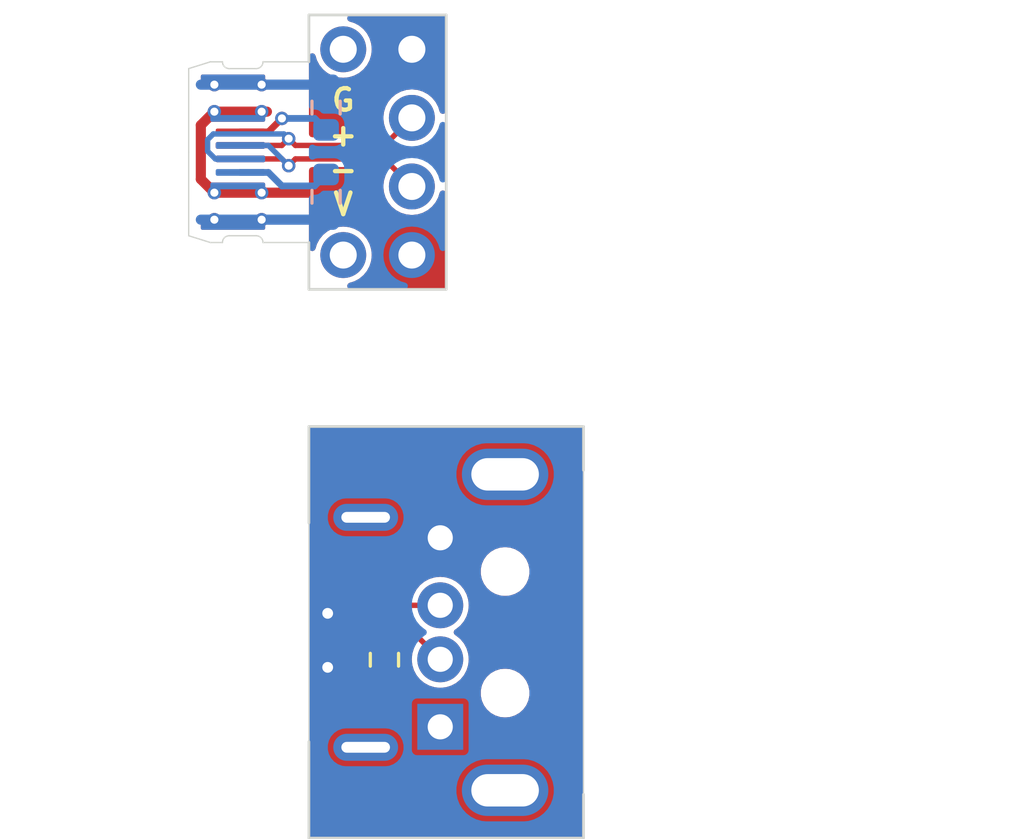
<source format=kicad_pcb>
(kicad_pcb (version 20221018) (generator pcbnew)
  (layers (0 "F.Cu" signal) (31 "B.Cu" signal) (34 "B.Paste" user) (35 "F.Paste" user) (36 "B.SilkS" user "B.Silkscreen") (37 "F.SilkS" user "F.Silkscreen") (38 "B.Mask" user) (39 "F.Mask" user) (44 "Edge.Cuts" user))
  (net 0 "")
  (net 1 "gnd")
  (net 2 "vbus")
  (net 3 "d-")
  (net 4 "d+")
  (net 5 "cc")
  (footprint "Library:USB_C_PLUG_00402-UCAM002-X" (layer "F.Cu") (at 100 117.78 -90)
    (fp_text reference "REF**" hide)
    (fp_text value "USB_C_PLUG_00402-UCAM002-X" hide)
    (fp_line (start -4.05 0) (end 4.05 0) (stroke (width 0.05)) (layer "Edge.Cuts"))
    (pad "1" thru_hole oval (at -4.258 -2.1 270) (size 1 2.4) (drill oval 0.4 1.8) (layers "*.Cu" "*.Mask") (net 1 "gnd"))
    (pad "1" smd rect (at -3.575 -1.05 270) (size 0.8 1.5) (layers "F.Cu" "F.Paste" "F.Mask") (net 1 "gnd"))
    (pad "1" smd roundrect (at -2.75 -1.55 270) (size 0.3 0.9) (layers "F.Cu" "F.Paste" "F.Mask") (net 1 "gnd"))
    (pad "1" smd roundrect (at 0.75 -1.55 270) (size 0.3 0.9) (layers "F.Cu" "F.Paste" "F.Mask") (net 1 "gnd"))
    (pad "1" smd roundrect (at 2.75 -1.55 270) (size 0.3 0.9) (layers "F.Cu" "F.Paste" "F.Mask") (net 1 "gnd"))
    (pad "1" smd rect (at 3.575 -1.05 270) (size 0.8 1.5) (layers "F.Cu" "F.Paste" "F.Mask") (net 1 "gnd"))
    (pad "1" thru_hole oval (at 4.258 -2.1 270) (size 1 2.4) (drill oval 0.4 1.8) (layers "*.Cu" "*.Mask") (net 1 "gnd"))
    (pad "2" smd roundrect (at -1.75 -1.55 270) (size 0.3 0.9) (layers "F.Cu" "F.Paste" "F.Mask") (net 4 "d+"))
    (pad "3" smd roundrect (at -2.25 -1.55 270) (size 0.3 0.9) (layers "F.Cu" "F.Paste" "F.Mask") (net 3 "d-"))
    (pad "4" smd roundrect (at -0.75 -1.55 270) (size 0.3 0.9) (layers "F.Cu" "F.Paste" "F.Mask") (net 2 "vbus"))
    (pad "4" smd roundrect (at 1.25 -1.55 270) (size 0.3 0.9) (layers "F.Cu" "F.Paste" "F.Mask") (net 2 "vbus"))
    (pad "5" smd roundrect (at -1.25 -1.55 270) (size 0.3 0.9) (layers "F.Cu" "F.Paste" "F.Mask") (net 5 "cc"))
  )
  (footprint "Connector_PinHeader_2.54mm:PinHeader_1x01_P2.54mm_Vertical" (layer "F.Cu") (at 101.27 96.19)
    (fp_text reference "REF**" hide)
    (fp_text value "PinHeader_1x01_P2.54mm_Vertical" hide)
    (pad "1" thru_hole circle (at 0 0) (size 1.7 1.7) (drill 1) (layers "*.Cu" "*.Mask"))
  )
  (footprint "Library:USB_A_PLUG_USB-4AM103AS" (layer "F.Cu") (at 110.16 117.78 90)
    (fp_text reference "REF**" hide)
    (fp_text value "USB_A_PLUG_USB-4AM103AS" hide)
    (fp_line (start -6 0) (end 6 0) (stroke (width 0.05)) (layer "Edge.Cuts"))
    (pad "" np_thru_hole circle (at -2.25 -2.9 90) (size 0.8 0.8) (drill 1.3) (layers "F&B.Cu" "*.Mask"))
    (pad "" np_thru_hole circle (at 2.25 -2.9 90) (size 0.8 0.8) (drill 1.3) (layers "F&B.Cu" "*.Mask"))
    (pad "1" thru_hole oval (at -5.85 -2.9 90) (size 1.9 3.2) (drill oval 1.2 2.5) (layers "*.Cu" "*.Mask") (net 1 "gnd"))
    (pad "1" thru_hole rect (at -3.5 -5.3 90) (size 1.7 1.7) (drill 0.93) (layers "*.Cu" "*.Mask") (net 1 "gnd"))
    (pad "1" thru_hole oval (at 5.85 -2.9 90) (size 1.9 3.2) (drill oval 1.2 2.5) (layers "*.Cu" "*.Mask") (net 1 "gnd"))
    (pad "2" thru_hole circle (at -1 -5.3 90) (size 1.7 1.7) (drill 0.93) (layers "*.Cu" "*.Mask") (net 4 "d+"))
    (pad "3" thru_hole circle (at 1 -5.3 90) (size 1.7 1.7) (drill 0.93) (layers "*.Cu" "*.Mask") (net 3 "d-"))
    (pad "4" thru_hole circle (at 3.5 -5.3 90) (size 1.7 1.7) (drill 0.93) (layers "*.Cu" "*.Mask") (net 2 "vbus"))
  )
  (footprint "Connector_PinHeader_2.54mm:PinHeader_1x01_P2.54mm_Vertical" (layer "F.Cu") (at 101.27 103.81)
    (fp_text reference "REF**" hide)
    (fp_text value "PinHeader_1x01_P2.54mm_Vertical" hide)
    (pad "1" thru_hole circle (at 0 0) (size 1.7 1.7) (drill 1) (layers "*.Cu" "*.Mask"))
  )
  (footprint "Resistor_SMD:R_0603_1608Metric" (layer "F.Cu") (at 102.794 118.796 90)
    (fp_text reference "REF**" hide)
    (fp_text value "R_0603_1608Metric" hide)
    (fp_line (start -0.237258 -0.5225) (end 0.237258 -0.5225) (stroke (width 0.12)) (layer "F.SilkS"))
    (fp_line (start -0.237258 0.5225) (end 0.237258 0.5225) (stroke (width 0.12)) (layer "F.SilkS"))
    (pad "1" smd roundrect (at -0.825 0 90) (size 0.8 0.95) (layers "F.Cu" "F.Paste" "F.Mask") (net 1 "gnd"))
    (pad "2" smd roundrect (at 0.825 0 90) (size 0.8 0.95) (layers "F.Cu" "F.Paste" "F.Mask") (net 5 "cc"))
  )
  (footprint "Connector_PinHeader_2.54mm:PinHeader_1x04_P2.54mm_Vertical" (layer "F.Cu") (at 103.81 96.19)
    (fp_text reference "REF**" hide)
    (fp_text value "PinHeader_1x04_P2.54mm_Vertical" hide)
    (pad "1" thru_hole rect (at 0 0) (size 1.7 1.7) (drill 1) (layers "*.Cu" "*.Mask") (net 1 "gnd"))
    (pad "2" thru_hole oval (at 0 2.54) (size 1.7 1.7) (drill 1) (layers "*.Cu" "*.Mask"))
    (pad "3" thru_hole oval (at 0 5.08) (size 1.7 1.7) (drill 1) (layers "*.Cu" "*.Mask"))
    (pad "4" thru_hole oval (at 0 7.62) (size 1.7 1.7) (drill 1) (layers "*.Cu" "*.Mask") (net 2 "vbus"))
  )
  (footprint "Library:USB-C" (layer "F.Cu") (at 100 100 180)
    (fp_text reference "J1" hide)
    (fp_text value "USB-C" hide)
    (fp_line (start 0 -3.345) (end 1.7 -3.345) (stroke (width 0.05)) (layer "Edge.Cuts"))
    (fp_line (start 0 3.345) (end 1.7 3.345) (stroke (width 0.05)) (layer "Edge.Cuts"))
    (fp_line (start 1.95 -3.095) (end 2.95 -3.095) (stroke (width 0.05)) (layer "Edge.Cuts"))
    (fp_line (start 1.95 3.095) (end 2.95 3.095) (stroke (width 0.05)) (layer "Edge.Cuts"))
    (fp_line (start 3.2 -3.345) (end 3.65 -3.345) (stroke (width 0.05)) (layer "Edge.Cuts"))
    (fp_line (start 3.2 3.345) (end 3.65 3.345) (stroke (width 0.05)) (layer "Edge.Cuts"))
    (fp_line (start 3.65 -3.345) (end 4.45 -3.095) (stroke (width 0.05)) (layer "Edge.Cuts"))
    (fp_line (start 3.65 3.345) (end 4.45 3.095) (stroke (width 0.05)) (layer "Edge.Cuts"))
    (fp_line (start 4.45 -3.095) (end 4.45 0) (stroke (width 0.05)) (layer "Edge.Cuts"))
    (fp_line (start 4.45 3.095) (end 4.45 0) (stroke (width 0.05)) (layer "Edge.Cuts"))
    (fp_arc (start 1.7 3.345) (mid 1.773223 3.168223) (end 1.95 3.095) (stroke (width 0.05)) (layer "Edge.Cuts"))
    (fp_arc (start 1.95 -3.095) (mid 1.773223 -3.168223) (end 1.7 -3.345) (stroke (width 0.05)) (layer "Edge.Cuts"))
    (fp_arc (start 2.95 3.095) (mid 3.126777 3.168223) (end 3.2 3.345) (stroke (width 0.05)) (layer "Edge.Cuts"))
    (fp_arc (start 3.2 -3.345) (mid 3.126777 -3.168223) (end 2.95 -3.095) (stroke (width 0.05)) (layer "Edge.Cuts"))
    (pad "1" smd roundrect (at 2.81 -2.75 180) (size 2.38 0.25) (layers "F.Cu" "F.Paste" "F.Mask") (net 1 "gnd"))
    (pad "1" smd roundrect (at 2.81 -2.75 180) (size 2.38 0.25) (layers "B.Cu" "B.Paste" "B.Mask") (net 1 "gnd"))
    (pad "1" smd roundrect (at 2.81 2.75 180) (size 2.38 0.25) (layers "F.Cu" "F.Paste" "F.Mask") (net 1 "gnd"))
    (pad "1" smd roundrect (at 2.81 2.75 180) (size 2.38 0.25) (layers "B.Cu" "B.Paste" "B.Mask") (net 1 "gnd"))
    (pad "2" smd roundrect (at 2.535 -0.25 180) (size 1.83 0.25) (layers "B.Cu" "B.Paste" "B.Mask"))
    (pad "2" smd roundrect (at 2.535 0.25 180) (size 1.83 0.25) (layers "F.Cu" "F.Paste" "F.Mask"))
    (pad "3" smd roundrect (at 2.535 -0.25 180) (size 1.83 0.25) (layers "F.Cu" "F.Paste" "F.Mask"))
    (pad "3" smd roundrect (at 2.535 0.25 180) (size 1.83 0.25) (layers "B.Cu" "B.Paste" "B.Mask"))
    (pad "4" smd roundrect (at 2.635 -1.25 180) (size 2.03 0.25) (layers "F.Cu" "F.Paste" "F.Mask") (net 2 "vbus"))
    (pad "4" smd roundrect (at 2.635 -1.25 180) (size 2.03 0.25) (layers "B.Cu" "B.Paste" "B.Mask") (net 2 "vbus"))
    (pad "4" smd roundrect (at 2.635 1.25 180) (size 2.03 0.25) (layers "F.Cu" "F.Paste" "F.Mask") (net 2 "vbus"))
    (pad "4" smd roundrect (at 2.635 1.25 180) (size 2.03 0.25) (layers "B.Cu" "B.Paste" "B.Mask") (net 2 "vbus"))
    (pad "5" smd roundrect (at 2.535 0.75 180) (size 1.83 0.25) (layers "F.Cu" "F.Paste" "F.Mask"))
    (pad "6" smd roundrect (at 2.535 -0.75 180) (size 1.83 0.25) (layers "B.Cu" "B.Paste" "B.Mask"))
  )
  (footprint "Resistor_SMD:R_0603_1608Metric" (layer "B.Cu") (at 100.635 98.349 90)
    (fp_text reference "R5" hide)
    (fp_text value "5k1" hide)
    (fp_line (start -0.237258 -0.5225) (end 0.237258 -0.5225) (stroke (width 0.12)) (layer "B.SilkS"))
    (fp_line (start -0.237258 0.5225) (end 0.237258 0.5225) (stroke (width 0.12)) (layer "B.SilkS"))
    (pad "1" smd roundrect (at -0.825 0 90) (size 0.8 0.95) (layers "B.Cu" "B.Paste" "B.Mask"))
    (pad "2" smd roundrect (at 0.825 0 90) (size 0.8 0.95) (layers "B.Cu" "B.Paste" "B.Mask") (net 1 "gnd"))
  )
  (footprint "Resistor_SMD:R_0603_1608Metric" (layer "B.Cu") (at 100.635 101.651 -90)
    (fp_text reference "R6" hide)
    (fp_text value "5k1" hide)
    (fp_line (start -0.237258 -0.5225) (end 0.237258 -0.5225) (stroke (width 0.12)) (layer "B.SilkS"))
    (fp_line (start -0.237258 0.5225) (end 0.237258 0.5225) (stroke (width 0.12)) (layer "B.SilkS"))
    (pad "1" smd roundrect (at -0.825 0 270) (size 0.8 0.95) (layers "B.Cu" "B.Paste" "B.Mask"))
    (pad "2" smd roundrect (at 0.825 0 270) (size 0.8 0.95) (layers "B.Cu" "B.Paste" "B.Mask") (net 1 "gnd"))
  )
  (gr_line (start 110.16 125.4) (end 110.16 123.78) (stroke (width 0.1)) (layer "Edge.Cuts"))
  (gr_line (start 100 110.16) (end 100 113.73) (stroke (width 0.1)) (layer "Edge.Cuts"))
  (gr_line (start 105.08 105.08) (end 105.08 94.92) (stroke (width 0.1)) (layer "Edge.Cuts"))
  (gr_line (start 100 125.4) (end 110.16 125.4) (stroke (width 0.1)) (layer "Edge.Cuts"))
  (gr_line (start 110.16 110.16) (end 110.16 111.78) (stroke (width 0.1)) (layer "Edge.Cuts"))
  (gr_line (start 100 121.83) (end 100 125.4) (stroke (width 0.1)) (layer "Edge.Cuts"))
  (gr_line (start 105.08 105.08) (end 100 105.08) (stroke (width 0.1)) (layer "Edge.Cuts"))
  (gr_line (start 100 94.92) (end 100 96.655) (stroke (width 0.1)) (layer "Edge.Cuts"))
  (gr_line (start 100 103.345) (end 100 105.08) (stroke (width 0.1)) (layer "Edge.Cuts"))
  (gr_line (start 100 94.92) (end 105.08 94.92) (stroke (width 0.1)) (layer "Edge.Cuts"))
  (gr_line (start 110.16 110.16) (end 100 110.16) (stroke (width 0.1)) (layer "Edge.Cuts"))
  (gr_text "G\n+\n-\nV" (at 101.27 100) (layer "F.SilkS") (effects (font (size 0.8 0.8) (thickness 0.16) bold)))
  (segment (start 102.79 99.75) (end 99.5 99.75) (width 0.2) (layer "F.Cu") (net 0))
  (segment (start 103.81 101.27) (end 102.79 100.25) (width 0.2) (layer "F.Cu") (net 0))
  (segment (start 99.5 99.75) (end 99.25 99.5) (width 0.2) (layer "F.Cu") (net 0))
  (segment (start 99 99.75) (end 99.25 99.5) (width 0.2) (layer "F.Cu") (net 0))
  (segment (start 102.79 100.25) (end 99.5 100.25) (width 0.2) (layer "F.Cu") (net 0))
  (segment (start 99 100.25) (end 99.25 100.5) (width 0.2) (layer "F.Cu") (net 0))
  (segment (start 97.465 99.25) (end 98.5 99.25) (width 0.25) (layer "F.Cu") (net 0))
  (segment (start 97.465 100.25) (end 99 100.25) (width 0.2) (layer "F.Cu") (net 0))
  (segment (start 103.81 98.73) (end 102.79 99.75) (width 0.2) (layer "F.Cu") (net 0))
  (segment (start 98.5 99.25) (end 99 98.75) (width 0.25) (layer "F.Cu") (net 0))
  (segment (start 97.465 99.75) (end 99 99.75) (width 0.2) (layer "F.Cu") (net 0))
  (segment (start 99.5 100.25) (end 99.25 100.5) (width 0.2) (layer "F.Cu") (net 0))
  (via (at 99.25 100.5) (size 0.5) (drill 0.3) (layers "F.Cu" "B.Cu") (net 0))
  (via (at 99 98.75) (size 0.5) (drill 0.3) (layers "F.Cu" "B.Cu") (net 0))
  (via (at 99.25 99.5) (size 0.5) (drill 0.3) (layers "F.Cu" "B.Cu") (net 0))
  (segment (start 100.635 100.826) (end 100.211 101.25) (width 0.25) (layer "B.Cu") (net 0))
  (segment (start 99 101.25) (end 98.5 100.75) (width 0.25) (layer "B.Cu") (net 0))
  (segment (start 99.075 99.325) (end 96.462346 99.325) (width 0.2) (layer "B.Cu") (net 0))
  (segment (start 98.5 99.75) (end 97.465 99.75) (width 0.2) (layer "B.Cu") (net 0))
  (segment (start 98.5 100.75) (end 97.465 100.75) (width 0.25) (layer "B.Cu") (net 0))
  (segment (start 99.25 99.5) (end 99.075 99.325) (width 0.2) (layer "B.Cu") (net 0))
  (segment (start 96.462346 99.325) (end 96.25 99.537346) (width 0.2) (layer "B.Cu") (net 0))
  (segment (start 96.25 99.962654) (end 96.537346 100.25) (width 0.2) (layer "B.Cu") (net 0))
  (segment (start 100.211 101.25) (end 99 101.25) (width 0.25) (layer "B.Cu") (net 0))
  (segment (start 100.211 98.75) (end 99 98.75) (width 0.25) (layer "B.Cu") (net 0))
  (segment (start 99.25 100.5) (end 98.5 99.75) (width 0.2) (layer "B.Cu") (net 0))
  (segment (start 100.635 99.174) (end 100.211 98.75) (width 0.25) (layer "B.Cu") (net 0))
  (segment (start 96.537346 100.25) (end 97.465 100.25) (width 0.2) (layer "B.Cu") (net 0))
  (segment (start 96.25 99.537346) (end 96.25 99.962654) (width 0.2) (layer "B.Cu") (net 0))
  (via (at 96.5 97.5) (size 0.5) (drill 0.3) (layers "F.Cu" "B.Cu") (net 1))
  (via (at 96.5 102.5) (size 0.5) (drill 0.3) (layers "F.Cu" "B.Cu") (net 1))
  (via (at 98.25 97.5) (size 0.5) (drill 0.3) (layers "F.Cu" "B.Cu") (net 1))
  (via (at 98.25 102.5) (size 0.5) (drill 0.3) (layers "F.Cu" "B.Cu") (net 1))
  (segment (start 96 97.5) (end 100 97.5) (width 0.375) (layer "B.Cu") (net 1))
  (segment (start 100 102.5) (end 96 102.5) (width 0.375) (layer "B.Cu") (net 1))
  (segment (start 100.741773 119.03) (end 100.693962 119.077811) (width 0.25) (layer "F.Cu") (net 2))
  (segment (start 98.445 98.5) (end 96.5 98.5) (width 0.375) (layer "F.Cu") (net 2))
  (segment (start 101.55 119.03) (end 100.741773 119.03) (width 0.25) (layer "F.Cu") (net 2))
  (segment (start 96 99) (end 96 101) (width 0.375) (layer "F.Cu") (net 2))
  (segment (start 96.5 101.5) (end 100 101.5) (width 0.375) (layer "F.Cu") (net 2))
  (segment (start 100.741773 117.03) (end 101.55 117.03) (width 0.25) (layer "F.Cu") (net 2))
  (segment (start 96 101) (end 96.5 101.5) (width 0.375) (layer "F.Cu") (net 2))
  (segment (start 100.693962 117.077811) (end 100.741773 117.03) (width 0.25) (layer "F.Cu") (net 2))
  (segment (start 96.5 98.5) (end 96 99) (width 0.375) (layer "F.Cu") (net 2))
  (via (at 96.5 98.5) (size 0.5) (drill 0.3) (layers "F.Cu" "B.Cu") (net 2))
  (via (at 96.5 101.5) (size 0.5) (drill 0.3) (layers "F.Cu" "B.Cu") (net 2))
  (via (at 98.25 101.5) (size 0.5) (drill 0.3) (layers "F.Cu" "B.Cu") (net 2))
  (via (at 100.693962 117.077811) (size 0.8) (drill 0.4) (layers "F.Cu" "B.Cu") (net 2))
  (via (at 98.25 98.5) (size 0.5) (drill 0.3) (layers "F.Cu" "B.Cu") (net 2))
  (via (at 100.693962 119.077811) (size 0.8) (drill 0.4) (layers "F.Cu" "B.Cu") (net 2))
  (segment (start 103.496397 116.78) (end 104.86 116.78) (width 0.2) (layer "F.Cu") (net 3))
  (segment (start 101.85 115.53) (end 101.875 115.555) (width 0.2) (layer "F.Cu") (net 3))
  (segment (start 101.55 115.53) (end 101.85 115.53) (width 0.2) (layer "F.Cu") (net 3))
  (segment (start 101.875 115.555) (end 102.271397 115.555) (width 0.2) (layer "F.Cu") (net 3))
  (segment (start 102.271397 115.555) (end 103.496397 116.78) (width 0.2) (layer "F.Cu") (net 3))
  (segment (start 101.85 116.03) (end 101.875 116.005) (width 0.2) (layer "F.Cu") (net 4))
  (segment (start 101.55 116.03) (end 101.85 116.03) (width 0.2) (layer "F.Cu") (net 4))
  (segment (start 101.875 116.005) (end 102.085 116.005) (width 0.2) (layer "F.Cu") (net 4))
  (segment (start 102.085 116.005) (end 104.86 118.78) (width 0.2) (layer "F.Cu") (net 4))
  (segment (start 101.55 116.53) (end 102.044314 116.53) (width 0.2) (layer "F.Cu") (net 5))
  (segment (start 102.794 117.279686) (end 102.794 117.971) (width 0.2) (layer "F.Cu") (net 5))
  (segment (start 102.044314 116.53) (end 102.794 117.279686) (width 0.2) (layer "F.Cu") (net 5))
  (segment (start 102.794 117.324) (end 102.794 117.971) (width 0) (layer "F.Cu") (net 5))
  (zone (net 1) (net_name "gnd") (layer "F.Cu") (priority 3) (connect_pads yes (clearance 0.2)) (min_thickness 0.25) (fill yes (thermal_gap 0.2) (thermal_bridge_width 0.25))
    (polygon (pts (xy 100 110.16) (xy 110.16 110.16) (xy 110.16 125.4) (xy 100 125.4)))
  )
  (zone (net 2) (net_name "vbus") (layer "F.Cu") (priority 2) (connect_pads yes (clearance 0.2)) (min_thickness 0.25) (fill yes (thermal_gap 0.2) (thermal_bridge_width 0.25))
    (polygon (pts (xy 100 100) (xy 105.08 100) (xy 105.08 105.08) (xy 100 105.08)))
  )
  (zone (net 1) (net_name "gnd") (layer "F.Cu") (priority 1) (connect_pads yes (clearance 0.2)) (min_thickness 0.25) (fill yes (thermal_gap 0.2) (thermal_bridge_width 0.25))
    (polygon (pts (xy 100 94.92) (xy 105.08 94.92) (xy 105.08 100) (xy 100 100)))
  )
  (zone (net 1) (net_name "gnd") (layer "B.Cu") (connect_pads yes (clearance 0.2)) (min_thickness 0.25) (fill yes (thermal_gap 0.2) (thermal_bridge_width 0.25))
    (polygon (pts (xy 100 94.92) (xy 105.08 94.92) (xy 105.08 105.08) (xy 100 105.08)))
  )
  (zone (net 2) (net_name "vbus") (layer "B.Cu") (priority 4) (connect_pads yes (clearance 0.2)) (min_thickness 0.25) (fill yes (thermal_gap 0.2) (thermal_bridge_width 0.25))
    (polygon (pts (xy 100 110.16) (xy 110.16 110.16) (xy 110.16 125.4) (xy 100 125.4)))
  )
)
</source>
